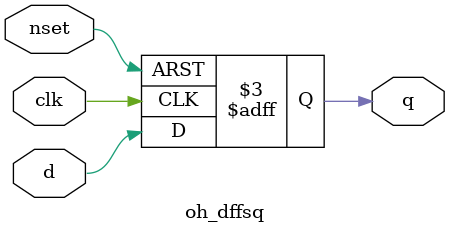
<source format=v>

module oh_dffsq #(parameter DW = 1) // array width
   (
    input [DW-1:0]     d,
    input [DW-1:0]     clk,
    input [DW-1:0]     nset,
    output reg [DW-1:0] q
    );
   
   always @ (posedge clk or negedge nset)
     if(!nset)
       q <= {DW{1'b1}};
     else
       q <= d;
      
endmodule

</source>
